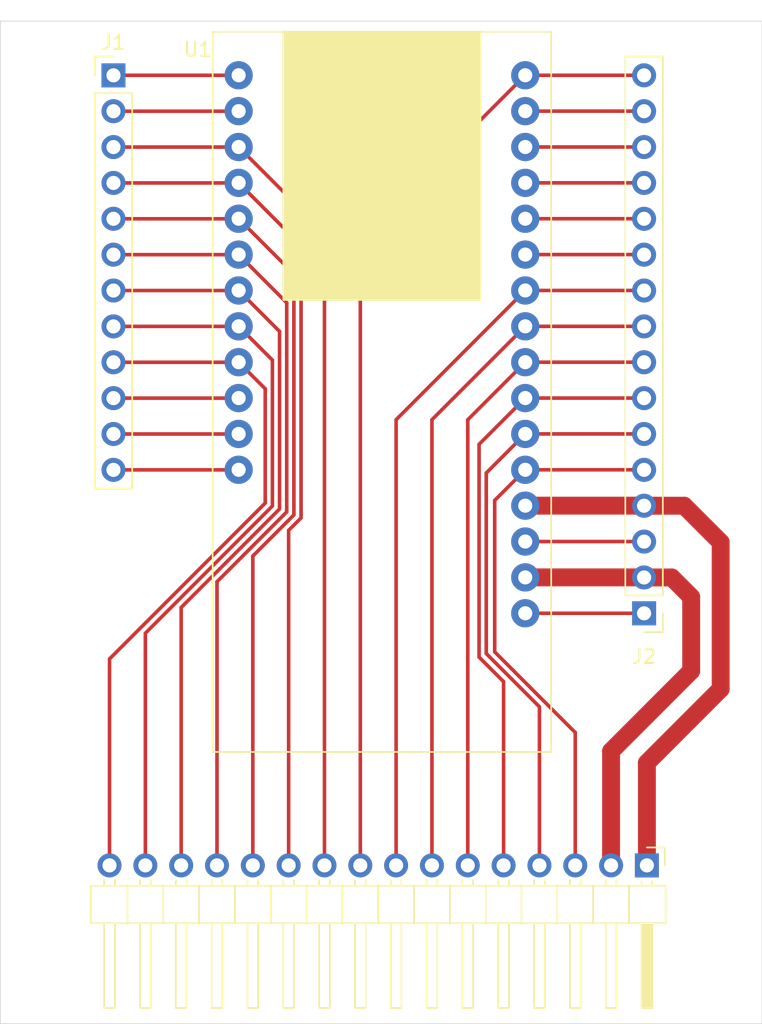
<source format=kicad_pcb>
(kicad_pcb (version 20171130) (host pcbnew "(5.1.8)-1")

  (general
    (thickness 1.6)
    (drawings 4)
    (tracks 112)
    (zones 0)
    (modules 8)
    (nets 29)
  )

  (page A4)
  (layers
    (0 F.Cu signal)
    (31 B.Cu signal)
    (32 B.Adhes user)
    (33 F.Adhes user)
    (34 B.Paste user)
    (35 F.Paste user)
    (36 B.SilkS user)
    (37 F.SilkS user)
    (38 B.Mask user)
    (39 F.Mask user)
    (40 Dwgs.User user)
    (41 Cmts.User user)
    (42 Eco1.User user)
    (43 Eco2.User user)
    (44 Edge.Cuts user)
    (45 Margin user)
    (46 B.CrtYd user)
    (47 F.CrtYd user)
    (48 B.Fab user hide)
    (49 F.Fab user hide)
  )

  (setup
    (last_trace_width 0.254)
    (trace_clearance 0.254)
    (zone_clearance 0.508)
    (zone_45_only no)
    (trace_min 0.254)
    (via_size 0.5588)
    (via_drill 0.3048)
    (via_min_size 0.5588)
    (via_min_drill 0.3048)
    (uvia_size 0.3)
    (uvia_drill 0.1)
    (uvias_allowed no)
    (uvia_min_size 0.2)
    (uvia_min_drill 0.1)
    (edge_width 0.05)
    (segment_width 0.2)
    (pcb_text_width 0.3)
    (pcb_text_size 1.5 1.5)
    (mod_edge_width 0.12)
    (mod_text_size 1 1)
    (mod_text_width 0.15)
    (pad_size 1.524 1.524)
    (pad_drill 0.762)
    (pad_to_mask_clearance 0)
    (aux_axis_origin 0 0)
    (visible_elements FFFFFF7F)
    (pcbplotparams
      (layerselection 0x010fc_ffffffff)
      (usegerberextensions false)
      (usegerberattributes true)
      (usegerberadvancedattributes true)
      (creategerberjobfile true)
      (excludeedgelayer true)
      (linewidth 0.100000)
      (plotframeref false)
      (viasonmask false)
      (mode 1)
      (useauxorigin false)
      (hpglpennumber 1)
      (hpglpenspeed 20)
      (hpglpendiameter 15.000000)
      (psnegative false)
      (psa4output false)
      (plotreference true)
      (plotvalue true)
      (plotinvisibletext false)
      (padsonsilk false)
      (subtractmaskfromsilk false)
      (outputformat 1)
      (mirror false)
      (drillshape 1)
      (scaleselection 1)
      (outputdirectory ""))
  )

  (net 0 "")
  (net 1 /Bat)
  (net 2 /En)
  (net 3 /USB)
  (net 4 /D13)
  (net 5 /D12)
  (net 6 /D11)
  (net 7 /D10)
  (net 8 /D9)
  (net 9 /D6)
  (net 10 /D5)
  (net 11 /SCL)
  (net 12 /SDA)
  (net 13 /D2)
  (net 14 /TX)
  (net 15 /RX)
  (net 16 /MI)
  (net 17 /MO)
  (net 18 /SCK)
  (net 19 /A5)
  (net 20 /A4)
  (net 21 /A3)
  (net 22 /A2)
  (net 23 /A1)
  (net 24 /A0)
  (net 25 /GND)
  (net 26 /Aref)
  (net 27 /3V)
  (net 28 /Rst)

  (net_class Default "This is the default net class."
    (clearance 0.254)
    (trace_width 0.254)
    (via_dia 0.5588)
    (via_drill 0.3048)
    (uvia_dia 0.3)
    (uvia_drill 0.1)
    (diff_pair_width 0.254)
    (diff_pair_gap 0.254)
    (add_net /3V)
    (add_net /A0)
    (add_net /A1)
    (add_net /A2)
    (add_net /A3)
    (add_net /A4)
    (add_net /A5)
    (add_net /Aref)
    (add_net /Bat)
    (add_net /D10)
    (add_net /D11)
    (add_net /D12)
    (add_net /D13)
    (add_net /D2)
    (add_net /D5)
    (add_net /D6)
    (add_net /D9)
    (add_net /En)
    (add_net /GND)
    (add_net /MI)
    (add_net /MO)
    (add_net /RX)
    (add_net /Rst)
    (add_net /SCK)
    (add_net /SCL)
    (add_net /SDA)
    (add_net /TX)
    (add_net /USB)
  )

  (module MountingHole:MountingHole_2.2mm_M2 (layer F.Cu) (tedit 56D1B4CB) (tstamp 6185F1CE)
    (at 171 123)
    (descr "Mounting Hole 2.2mm, no annular, M2")
    (tags "mounting hole 2.2mm no annular m2")
    (path /618F4FF5)
    (attr virtual)
    (fp_text reference H4 (at 0 -3.2) (layer F.SilkS) hide
      (effects (font (size 1 1) (thickness 0.15)))
    )
    (fp_text value MountingHole (at 0 3.2) (layer F.Fab)
      (effects (font (size 1 1) (thickness 0.15)))
    )
    (fp_text user %R (at 0.3 0) (layer F.Fab)
      (effects (font (size 1 1) (thickness 0.15)))
    )
    (fp_circle (center 0 0) (end 2.2 0) (layer Cmts.User) (width 0.15))
    (fp_circle (center 0 0) (end 2.45 0) (layer F.CrtYd) (width 0.05))
    (pad 1 np_thru_hole circle (at 0 0) (size 2.2 2.2) (drill 2.2) (layers *.Cu *.Mask))
  )

  (module MountingHole:MountingHole_2.2mm_M2 (layer F.Cu) (tedit 56D1B4CB) (tstamp 6185F1C6)
    (at 171 58)
    (descr "Mounting Hole 2.2mm, no annular, M2")
    (tags "mounting hole 2.2mm no annular m2")
    (path /618F4ACD)
    (attr virtual)
    (fp_text reference H3 (at 0 -3.2) (layer F.SilkS) hide
      (effects (font (size 1 1) (thickness 0.15)))
    )
    (fp_text value MountingHole (at 0 3.2) (layer F.Fab)
      (effects (font (size 1 1) (thickness 0.15)))
    )
    (fp_text user %R (at 0.3 0) (layer F.Fab)
      (effects (font (size 1 1) (thickness 0.15)))
    )
    (fp_circle (center 0 0) (end 2.2 0) (layer Cmts.User) (width 0.15))
    (fp_circle (center 0 0) (end 2.45 0) (layer F.CrtYd) (width 0.05))
    (pad 1 np_thru_hole circle (at 0 0) (size 2.2 2.2) (drill 2.2) (layers *.Cu *.Mask))
  )

  (module MountingHole:MountingHole_2.2mm_M2 (layer F.Cu) (tedit 56D1B4CB) (tstamp 6185F1BE)
    (at 123 123)
    (descr "Mounting Hole 2.2mm, no annular, M2")
    (tags "mounting hole 2.2mm no annular m2")
    (path /618F43FA)
    (attr virtual)
    (fp_text reference H2 (at 0 -3.2) (layer F.SilkS) hide
      (effects (font (size 1 1) (thickness 0.15)))
    )
    (fp_text value MountingHole (at 0 3.2) (layer F.Fab)
      (effects (font (size 1 1) (thickness 0.15)))
    )
    (fp_text user %R (at 0.3 0) (layer F.Fab)
      (effects (font (size 1 1) (thickness 0.15)))
    )
    (fp_circle (center 0 0) (end 2.2 0) (layer Cmts.User) (width 0.15))
    (fp_circle (center 0 0) (end 2.45 0) (layer F.CrtYd) (width 0.05))
    (pad 1 np_thru_hole circle (at 0 0) (size 2.2 2.2) (drill 2.2) (layers *.Cu *.Mask))
  )

  (module MountingHole:MountingHole_2.2mm_M2 (layer F.Cu) (tedit 56D1B4CB) (tstamp 6185F1B6)
    (at 123 58)
    (descr "Mounting Hole 2.2mm, no annular, M2")
    (tags "mounting hole 2.2mm no annular m2")
    (path /618F32F7)
    (attr virtual)
    (fp_text reference H1 (at 0 -3.2) (layer F.SilkS) hide
      (effects (font (size 1 1) (thickness 0.15)))
    )
    (fp_text value MountingHole (at 0 3.2) (layer F.Fab)
      (effects (font (size 1 1) (thickness 0.15)))
    )
    (fp_text user %R (at 0.3 0) (layer F.Fab)
      (effects (font (size 1 1) (thickness 0.15)))
    )
    (fp_circle (center 0 0) (end 2.2 0) (layer Cmts.User) (width 0.15))
    (fp_circle (center 0 0) (end 2.45 0) (layer F.CrtYd) (width 0.05))
    (pad 1 np_thru_hole circle (at 0 0) (size 2.2 2.2) (drill 2.2) (layers *.Cu *.Mask))
  )

  (module Mylib:Adafruit_feather_nRF52840 (layer F.Cu) (tedit 61857275) (tstamp 6185DDFE)
    (at 147.055 53.754999)
    (path /6186709E)
    (fp_text reference U1 (at -13.055 3.245001) (layer F.SilkS)
      (effects (font (size 1 1) (thickness 0.15)))
    )
    (fp_text value Adafruit_Feather_nRF52840 (at 0 -0.5) (layer F.Fab)
      (effects (font (size 1 1) (thickness 0.15)))
    )
    (fp_line (start -12 2) (end 12 2) (layer F.SilkS) (width 0.12))
    (fp_line (start 12 2) (end 12 53) (layer F.SilkS) (width 0.12))
    (fp_line (start 12 53) (end -12 53) (layer F.SilkS) (width 0.12))
    (fp_line (start -12 53) (end -12 2) (layer F.SilkS) (width 0.12))
    (fp_poly (pts (xy 7 21) (xy -7 21) (xy -7 2) (xy 7 2)) (layer F.SilkS) (width 0.1))
    (pad 28 thru_hole circle (at 10.16 5.08) (size 2 2) (drill 1) (layers *.Cu *.Mask)
      (net 13 /D2))
    (pad 27 thru_hole circle (at 10.16 7.62) (size 2 2) (drill 1) (layers *.Cu *.Mask)
      (net 14 /TX))
    (pad 26 thru_hole circle (at 10.16 10.16) (size 2 2) (drill 1) (layers *.Cu *.Mask)
      (net 15 /RX))
    (pad 25 thru_hole circle (at 10.16 12.7) (size 2 2) (drill 1) (layers *.Cu *.Mask)
      (net 16 /MI))
    (pad 24 thru_hole circle (at 10.16 15.24) (size 2 2) (drill 1) (layers *.Cu *.Mask)
      (net 17 /MO))
    (pad 23 thru_hole circle (at 10.16 17.78) (size 2 2) (drill 1) (layers *.Cu *.Mask)
      (net 18 /SCK))
    (pad 22 thru_hole circle (at 10.16 20.32) (size 2 2) (drill 1) (layers *.Cu *.Mask)
      (net 19 /A5))
    (pad 21 thru_hole circle (at 10.16 22.86) (size 2 2) (drill 1) (layers *.Cu *.Mask)
      (net 20 /A4))
    (pad 20 thru_hole circle (at 10.16 25.4) (size 2 2) (drill 1) (layers *.Cu *.Mask)
      (net 21 /A3))
    (pad 19 thru_hole circle (at 10.16 27.94) (size 2 2) (drill 1) (layers *.Cu *.Mask)
      (net 22 /A2))
    (pad 18 thru_hole circle (at 10.16 30.48) (size 2 2) (drill 1) (layers *.Cu *.Mask)
      (net 23 /A1))
    (pad 17 thru_hole circle (at 10.16 33.02) (size 2 2) (drill 1) (layers *.Cu *.Mask)
      (net 24 /A0))
    (pad 16 thru_hole circle (at 10.16 35.56) (size 2 2) (drill 1) (layers *.Cu *.Mask)
      (net 25 /GND))
    (pad 15 thru_hole circle (at 10.16 38.1) (size 2 2) (drill 1) (layers *.Cu *.Mask)
      (net 26 /Aref))
    (pad 14 thru_hole circle (at 10.16 40.64) (size 2 2) (drill 1) (layers *.Cu *.Mask)
      (net 27 /3V))
    (pad 13 thru_hole circle (at 10.16 43.18) (size 2 2) (drill 1) (layers *.Cu *.Mask)
      (net 28 /Rst))
    (pad 12 thru_hole circle (at -10.16 33.02) (size 2 2) (drill 1) (layers *.Cu *.Mask)
      (net 1 /Bat))
    (pad 11 thru_hole circle (at -10.16 30.48) (size 2 2) (drill 1) (layers *.Cu *.Mask)
      (net 2 /En))
    (pad 10 thru_hole circle (at -10.16 27.94) (size 2 2) (drill 1) (layers *.Cu *.Mask)
      (net 3 /USB))
    (pad 9 thru_hole circle (at -10.16 25.4) (size 2 2) (drill 1) (layers *.Cu *.Mask)
      (net 4 /D13))
    (pad 8 thru_hole circle (at -10.16 22.86) (size 2 2) (drill 1) (layers *.Cu *.Mask)
      (net 5 /D12))
    (pad 7 thru_hole circle (at -10.16 20.32) (size 2 2) (drill 1) (layers *.Cu *.Mask)
      (net 6 /D11))
    (pad 6 thru_hole circle (at -10.16 17.78) (size 2 2) (drill 1) (layers *.Cu *.Mask)
      (net 7 /D10))
    (pad 5 thru_hole circle (at -10.16 15.24) (size 2 2) (drill 1) (layers *.Cu *.Mask)
      (net 8 /D9))
    (pad 4 thru_hole circle (at -10.16 12.7) (size 2 2) (drill 1) (layers *.Cu *.Mask)
      (net 9 /D6))
    (pad 3 thru_hole circle (at -10.16 10.16) (size 2 2) (drill 1) (layers *.Cu *.Mask)
      (net 10 /D5))
    (pad 2 thru_hole circle (at -10.16 7.62) (size 2 2) (drill 1) (layers *.Cu *.Mask)
      (net 11 /SCL))
    (pad 1 thru_hole circle (at -10.16 5.08) (size 2 2) (drill 1) (layers *.Cu *.Mask)
      (net 12 /SDA))
  )

  (module Connector_PinHeader_2.54mm:PinHeader_1x16_P2.54mm_Horizontal (layer F.Cu) (tedit 59FED5CB) (tstamp 6185DDD9)
    (at 165.84 114.79 270)
    (descr "Through hole angled pin header, 1x16, 2.54mm pitch, 6mm pin length, single row")
    (tags "Through hole angled pin header THT 1x16 2.54mm single row")
    (path /6189BA4A)
    (fp_text reference J3 (at 4.385 -2.27 90) (layer F.SilkS) hide
      (effects (font (size 1 1) (thickness 0.15)))
    )
    (fp_text value Conn_01x16_Female (at 4.385 40.37 90) (layer F.Fab)
      (effects (font (size 1 1) (thickness 0.15)))
    )
    (fp_text user %R (at 2.77 19.05) (layer F.Fab)
      (effects (font (size 1 1) (thickness 0.15)))
    )
    (fp_line (start 2.135 -1.27) (end 4.04 -1.27) (layer F.Fab) (width 0.1))
    (fp_line (start 4.04 -1.27) (end 4.04 39.37) (layer F.Fab) (width 0.1))
    (fp_line (start 4.04 39.37) (end 1.5 39.37) (layer F.Fab) (width 0.1))
    (fp_line (start 1.5 39.37) (end 1.5 -0.635) (layer F.Fab) (width 0.1))
    (fp_line (start 1.5 -0.635) (end 2.135 -1.27) (layer F.Fab) (width 0.1))
    (fp_line (start -0.32 -0.32) (end 1.5 -0.32) (layer F.Fab) (width 0.1))
    (fp_line (start -0.32 -0.32) (end -0.32 0.32) (layer F.Fab) (width 0.1))
    (fp_line (start -0.32 0.32) (end 1.5 0.32) (layer F.Fab) (width 0.1))
    (fp_line (start 4.04 -0.32) (end 10.04 -0.32) (layer F.Fab) (width 0.1))
    (fp_line (start 10.04 -0.32) (end 10.04 0.32) (layer F.Fab) (width 0.1))
    (fp_line (start 4.04 0.32) (end 10.04 0.32) (layer F.Fab) (width 0.1))
    (fp_line (start -0.32 2.22) (end 1.5 2.22) (layer F.Fab) (width 0.1))
    (fp_line (start -0.32 2.22) (end -0.32 2.86) (layer F.Fab) (width 0.1))
    (fp_line (start -0.32 2.86) (end 1.5 2.86) (layer F.Fab) (width 0.1))
    (fp_line (start 4.04 2.22) (end 10.04 2.22) (layer F.Fab) (width 0.1))
    (fp_line (start 10.04 2.22) (end 10.04 2.86) (layer F.Fab) (width 0.1))
    (fp_line (start 4.04 2.86) (end 10.04 2.86) (layer F.Fab) (width 0.1))
    (fp_line (start -0.32 4.76) (end 1.5 4.76) (layer F.Fab) (width 0.1))
    (fp_line (start -0.32 4.76) (end -0.32 5.4) (layer F.Fab) (width 0.1))
    (fp_line (start -0.32 5.4) (end 1.5 5.4) (layer F.Fab) (width 0.1))
    (fp_line (start 4.04 4.76) (end 10.04 4.76) (layer F.Fab) (width 0.1))
    (fp_line (start 10.04 4.76) (end 10.04 5.4) (layer F.Fab) (width 0.1))
    (fp_line (start 4.04 5.4) (end 10.04 5.4) (layer F.Fab) (width 0.1))
    (fp_line (start -0.32 7.3) (end 1.5 7.3) (layer F.Fab) (width 0.1))
    (fp_line (start -0.32 7.3) (end -0.32 7.94) (layer F.Fab) (width 0.1))
    (fp_line (start -0.32 7.94) (end 1.5 7.94) (layer F.Fab) (width 0.1))
    (fp_line (start 4.04 7.3) (end 10.04 7.3) (layer F.Fab) (width 0.1))
    (fp_line (start 10.04 7.3) (end 10.04 7.94) (layer F.Fab) (width 0.1))
    (fp_line (start 4.04 7.94) (end 10.04 7.94) (layer F.Fab) (width 0.1))
    (fp_line (start -0.32 9.84) (end 1.5 9.84) (layer F.Fab) (width 0.1))
    (fp_line (start -0.32 9.84) (end -0.32 10.48) (layer F.Fab) (width 0.1))
    (fp_line (start -0.32 10.48) (end 1.5 10.48) (layer F.Fab) (width 0.1))
    (fp_line (start 4.04 9.84) (end 10.04 9.84) (layer F.Fab) (width 0.1))
    (fp_line (start 10.04 9.84) (end 10.04 10.48) (layer F.Fab) (width 0.1))
    (fp_line (start 4.04 10.48) (end 10.04 10.48) (layer F.Fab) (width 0.1))
    (fp_line (start -0.32 12.38) (end 1.5 12.38) (layer F.Fab) (width 0.1))
    (fp_line (start -0.32 12.38) (end -0.32 13.02) (layer F.Fab) (width 0.1))
    (fp_line (start -0.32 13.02) (end 1.5 13.02) (layer F.Fab) (width 0.1))
    (fp_line (start 4.04 12.38) (end 10.04 12.38) (layer F.Fab) (width 0.1))
    (fp_line (start 10.04 12.38) (end 10.04 13.02) (layer F.Fab) (width 0.1))
    (fp_line (start 4.04 13.02) (end 10.04 13.02) (layer F.Fab) (width 0.1))
    (fp_line (start -0.32 14.92) (end 1.5 14.92) (layer F.Fab) (width 0.1))
    (fp_line (start -0.32 14.92) (end -0.32 15.56) (layer F.Fab) (width 0.1))
    (fp_line (start -0.32 15.56) (end 1.5 15.56) (layer F.Fab) (width 0.1))
    (fp_line (start 4.04 14.92) (end 10.04 14.92) (layer F.Fab) (width 0.1))
    (fp_line (start 10.04 14.92) (end 10.04 15.56) (layer F.Fab) (width 0.1))
    (fp_line (start 4.04 15.56) (end 10.04 15.56) (layer F.Fab) (width 0.1))
    (fp_line (start -0.32 17.46) (end 1.5 17.46) (layer F.Fab) (width 0.1))
    (fp_line (start -0.32 17.46) (end -0.32 18.1) (layer F.Fab) (width 0.1))
    (fp_line (start -0.32 18.1) (end 1.5 18.1) (layer F.Fab) (width 0.1))
    (fp_line (start 4.04 17.46) (end 10.04 17.46) (layer F.Fab) (width 0.1))
    (fp_line (start 10.04 17.46) (end 10.04 18.1) (layer F.Fab) (width 0.1))
    (fp_line (start 4.04 18.1) (end 10.04 18.1) (layer F.Fab) (width 0.1))
    (fp_line (start -0.32 20) (end 1.5 20) (layer F.Fab) (width 0.1))
    (fp_line (start -0.32 20) (end -0.32 20.64) (layer F.Fab) (width 0.1))
    (fp_line (start -0.32 20.64) (end 1.5 20.64) (layer F.Fab) (width 0.1))
    (fp_line (start 4.04 20) (end 10.04 20) (layer F.Fab) (width 0.1))
    (fp_line (start 10.04 20) (end 10.04 20.64) (layer F.Fab) (width 0.1))
    (fp_line (start 4.04 20.64) (end 10.04 20.64) (layer F.Fab) (width 0.1))
    (fp_line (start -0.32 22.54) (end 1.5 22.54) (layer F.Fab) (width 0.1))
    (fp_line (start -0.32 22.54) (end -0.32 23.18) (layer F.Fab) (width 0.1))
    (fp_line (start -0.32 23.18) (end 1.5 23.18) (layer F.Fab) (width 0.1))
    (fp_line (start 4.04 22.54) (end 10.04 22.54) (layer F.Fab) (width 0.1))
    (fp_line (start 10.04 22.54) (end 10.04 23.18) (layer F.Fab) (width 0.1))
    (fp_line (start 4.04 23.18) (end 10.04 23.18) (layer F.Fab) (width 0.1))
    (fp_line (start -0.32 25.08) (end 1.5 25.08) (layer F.Fab) (width 0.1))
    (fp_line (start -0.32 25.08) (end -0.32 25.72) (layer F.Fab) (width 0.1))
    (fp_line (start -0.32 25.72) (end 1.5 25.72) (layer F.Fab) (width 0.1))
    (fp_line (start 4.04 25.08) (end 10.04 25.08) (layer F.Fab) (width 0.1))
    (fp_line (start 10.04 25.08) (end 10.04 25.72) (layer F.Fab) (width 0.1))
    (fp_line (start 4.04 25.72) (end 10.04 25.72) (layer F.Fab) (width 0.1))
    (fp_line (start -0.32 27.62) (end 1.5 27.62) (layer F.Fab) (width 0.1))
    (fp_line (start -0.32 27.62) (end -0.32 28.26) (layer F.Fab) (width 0.1))
    (fp_line (start -0.32 28.26) (end 1.5 28.26) (layer F.Fab) (width 0.1))
    (fp_line (start 4.04 27.62) (end 10.04 27.62) (layer F.Fab) (width 0.1))
    (fp_line (start 10.04 27.62) (end 10.04 28.26) (layer F.Fab) (width 0.1))
    (fp_line (start 4.04 28.26) (end 10.04 28.26) (layer F.Fab) (width 0.1))
    (fp_line (start -0.32 30.16) (end 1.5 30.16) (layer F.Fab) (width 0.1))
    (fp_line (start -0.32 30.16) (end -0.32 30.8) (layer F.Fab) (width 0.1))
    (fp_line (start -0.32 30.8) (end 1.5 30.8) (layer F.Fab) (width 0.1))
    (fp_line (start 4.04 30.16) (end 10.04 30.16) (layer F.Fab) (width 0.1))
    (fp_line (start 10.04 30.16) (end 10.04 30.8) (layer F.Fab) (width 0.1))
    (fp_line (start 4.04 30.8) (end 10.04 30.8) (layer F.Fab) (width 0.1))
    (fp_line (start -0.32 32.7) (end 1.5 32.7) (layer F.Fab) (width 0.1))
    (fp_line (start -0.32 32.7) (end -0.32 33.34) (layer F.Fab) (width 0.1))
    (fp_line (start -0.32 33.34) (end 1.5 33.34) (layer F.Fab) (width 0.1))
    (fp_line (start 4.04 32.7) (end 10.04 32.7) (layer F.Fab) (width 0.1))
    (fp_line (start 10.04 32.7) (end 10.04 33.34) (layer F.Fab) (width 0.1))
    (fp_line (start 4.04 33.34) (end 10.04 33.34) (layer F.Fab) (width 0.1))
    (fp_line (start -0.32 35.24) (end 1.5 35.24) (layer F.Fab) (width 0.1))
    (fp_line (start -0.32 35.24) (end -0.32 35.88) (layer F.Fab) (width 0.1))
    (fp_line (start -0.32 35.88) (end 1.5 35.88) (layer F.Fab) (width 0.1))
    (fp_line (start 4.04 35.24) (end 10.04 35.24) (layer F.Fab) (width 0.1))
    (fp_line (start 10.04 35.24) (end 10.04 35.88) (layer F.Fab) (width 0.1))
    (fp_line (start 4.04 35.88) (end 10.04 35.88) (layer F.Fab) (width 0.1))
    (fp_line (start -0.32 37.78) (end 1.5 37.78) (layer F.Fab) (width 0.1))
    (fp_line (start -0.32 37.78) (end -0.32 38.42) (layer F.Fab) (width 0.1))
    (fp_line (start -0.32 38.42) (end 1.5 38.42) (layer F.Fab) (width 0.1))
    (fp_line (start 4.04 37.78) (end 10.04 37.78) (layer F.Fab) (width 0.1))
    (fp_line (start 10.04 37.78) (end 10.04 38.42) (layer F.Fab) (width 0.1))
    (fp_line (start 4.04 38.42) (end 10.04 38.42) (layer F.Fab) (width 0.1))
    (fp_line (start 1.44 -1.33) (end 1.44 39.43) (layer F.SilkS) (width 0.12))
    (fp_line (start 1.44 39.43) (end 4.1 39.43) (layer F.SilkS) (width 0.12))
    (fp_line (start 4.1 39.43) (end 4.1 -1.33) (layer F.SilkS) (width 0.12))
    (fp_line (start 4.1 -1.33) (end 1.44 -1.33) (layer F.SilkS) (width 0.12))
    (fp_line (start 4.1 -0.38) (end 10.1 -0.38) (layer F.SilkS) (width 0.12))
    (fp_line (start 10.1 -0.38) (end 10.1 0.38) (layer F.SilkS) (width 0.12))
    (fp_line (start 10.1 0.38) (end 4.1 0.38) (layer F.SilkS) (width 0.12))
    (fp_line (start 4.1 -0.32) (end 10.1 -0.32) (layer F.SilkS) (width 0.12))
    (fp_line (start 4.1 -0.2) (end 10.1 -0.2) (layer F.SilkS) (width 0.12))
    (fp_line (start 4.1 -0.08) (end 10.1 -0.08) (layer F.SilkS) (width 0.12))
    (fp_line (start 4.1 0.04) (end 10.1 0.04) (layer F.SilkS) (width 0.12))
    (fp_line (start 4.1 0.16) (end 10.1 0.16) (layer F.SilkS) (width 0.12))
    (fp_line (start 4.1 0.28) (end 10.1 0.28) (layer F.SilkS) (width 0.12))
    (fp_line (start 1.11 -0.38) (end 1.44 -0.38) (layer F.SilkS) (width 0.12))
    (fp_line (start 1.11 0.38) (end 1.44 0.38) (layer F.SilkS) (width 0.12))
    (fp_line (start 1.44 1.27) (end 4.1 1.27) (layer F.SilkS) (width 0.12))
    (fp_line (start 4.1 2.16) (end 10.1 2.16) (layer F.SilkS) (width 0.12))
    (fp_line (start 10.1 2.16) (end 10.1 2.92) (layer F.SilkS) (width 0.12))
    (fp_line (start 10.1 2.92) (end 4.1 2.92) (layer F.SilkS) (width 0.12))
    (fp_line (start 1.042929 2.16) (end 1.44 2.16) (layer F.SilkS) (width 0.12))
    (fp_line (start 1.042929 2.92) (end 1.44 2.92) (layer F.SilkS) (width 0.12))
    (fp_line (start 1.44 3.81) (end 4.1 3.81) (layer F.SilkS) (width 0.12))
    (fp_line (start 4.1 4.7) (end 10.1 4.7) (layer F.SilkS) (width 0.12))
    (fp_line (start 10.1 4.7) (end 10.1 5.46) (layer F.SilkS) (width 0.12))
    (fp_line (start 10.1 5.46) (end 4.1 5.46) (layer F.SilkS) (width 0.12))
    (fp_line (start 1.042929 4.7) (end 1.44 4.7) (layer F.SilkS) (width 0.12))
    (fp_line (start 1.042929 5.46) (end 1.44 5.46) (layer F.SilkS) (width 0.12))
    (fp_line (start 1.44 6.35) (end 4.1 6.35) (layer F.SilkS) (width 0.12))
    (fp_line (start 4.1 7.24) (end 10.1 7.24) (layer F.SilkS) (width 0.12))
    (fp_line (start 10.1 7.24) (end 10.1 8) (layer F.SilkS) (width 0.12))
    (fp_line (start 10.1 8) (end 4.1 8) (layer F.SilkS) (width 0.12))
    (fp_line (start 1.042929 7.24) (end 1.44 7.24) (layer F.SilkS) (width 0.12))
    (fp_line (start 1.042929 8) (end 1.44 8) (layer F.SilkS) (width 0.12))
    (fp_line (start 1.44 8.89) (end 4.1 8.89) (layer F.SilkS) (width 0.12))
    (fp_line (start 4.1 9.78) (end 10.1 9.78) (layer F.SilkS) (width 0.12))
    (fp_line (start 10.1 9.78) (end 10.1 10.54) (layer F.SilkS) (width 0.12))
    (fp_line (start 10.1 10.54) (end 4.1 10.54) (layer F.SilkS) (width 0.12))
    (fp_line (start 1.042929 9.78) (end 1.44 9.78) (layer F.SilkS) (width 0.12))
    (fp_line (start 1.042929 10.54) (end 1.44 10.54) (layer F.SilkS) (width 0.12))
    (fp_line (start 1.44 11.43) (end 4.1 11.43) (layer F.SilkS) (width 0.12))
    (fp_line (start 4.1 12.32) (end 10.1 12.32) (layer F.SilkS) (width 0.12))
    (fp_line (start 10.1 12.32) (end 10.1 13.08) (layer F.SilkS) (width 0.12))
    (fp_line (start 10.1 13.08) (end 4.1 13.08) (layer F.SilkS) (width 0.12))
    (fp_line (start 1.042929 12.32) (end 1.44 12.32) (layer F.SilkS) (width 0.12))
    (fp_line (start 1.042929 13.08) (end 1.44 13.08) (layer F.SilkS) (width 0.12))
    (fp_line (start 1.44 13.97) (end 4.1 13.97) (layer F.SilkS) (width 0.12))
    (fp_line (start 4.1 14.86) (end 10.1 14.86) (layer F.SilkS) (width 0.12))
    (fp_line (start 10.1 14.86) (end 10.1 15.62) (layer F.SilkS) (width 0.12))
    (fp_line (start 10.1 15.62) (end 4.1 15.62) (layer F.SilkS) (width 0.12))
    (fp_line (start 1.042929 14.86) (end 1.44 14.86) (layer F.SilkS) (width 0.12))
    (fp_line (start 1.042929 15.62) (end 1.44 15.62) (layer F.SilkS) (width 0.12))
    (fp_line (start 1.44 16.51) (end 4.1 16.51) (layer F.SilkS) (width 0.12))
    (fp_line (start 4.1 17.4) (end 10.1 17.4) (layer F.SilkS) (width 0.12))
    (fp_line (start 10.1 17.4) (end 10.1 18.16) (layer F.SilkS) (width 0.12))
    (fp_line (start 10.1 18.16) (end 4.1 18.16) (layer F.SilkS) (width 0.12))
    (fp_line (start 1.042929 17.4) (end 1.44 17.4) (layer F.SilkS) (width 0.12))
    (fp_line (start 1.042929 18.16) (end 1.44 18.16) (layer F.SilkS) (width 0.12))
    (fp_line (start 1.44 19.05) (end 4.1 19.05) (layer F.SilkS) (width 0.12))
    (fp_line (start 4.1 19.94) (end 10.1 19.94) (layer F.SilkS) (width 0.12))
    (fp_line (start 10.1 19.94) (end 10.1 20.7) (layer F.SilkS) (width 0.12))
    (fp_line (start 10.1 20.7) (end 4.1 20.7) (layer F.SilkS) (width 0.12))
    (fp_line (start 1.042929 19.94) (end 1.44 19.94) (layer F.SilkS) (width 0.12))
    (fp_line (start 1.042929 20.7) (end 1.44 20.7) (layer F.SilkS) (width 0.12))
    (fp_line (start 1.44 21.59) (end 4.1 21.59) (layer F.SilkS) (width 0.12))
    (fp_line (start 4.1 22.48) (end 10.1 22.48) (layer F.SilkS) (width 0.12))
    (fp_line (start 10.1 22.48) (end 10.1 23.24) (layer F.SilkS) (width 0.12))
    (fp_line (start 10.1 23.24) (end 4.1 23.24) (layer F.SilkS) (width 0.12))
    (fp_line (start 1.042929 22.48) (end 1.44 22.48) (layer F.SilkS) (width 0.12))
    (fp_line (start 1.042929 23.24) (end 1.44 23.24) (layer F.SilkS) (width 0.12))
    (fp_line (start 1.44 24.13) (end 4.1 24.13) (layer F.SilkS) (width 0.12))
    (fp_line (start 4.1 25.02) (end 10.1 25.02) (layer F.SilkS) (width 0.12))
    (fp_line (start 10.1 25.02) (end 10.1 25.78) (layer F.SilkS) (width 0.12))
    (fp_line (start 10.1 25.78) (end 4.1 25.78) (layer F.SilkS) (width 0.12))
    (fp_line (start 1.042929 25.02) (end 1.44 25.02) (layer F.SilkS) (width 0.12))
    (fp_line (start 1.042929 25.78) (end 1.44 25.78) (layer F.SilkS) (width 0.12))
    (fp_line (start 1.44 26.67) (end 4.1 26.67) (layer F.SilkS) (width 0.12))
    (fp_line (start 4.1 27.56) (end 10.1 27.56) (layer F.SilkS) (width 0.12))
    (fp_line (start 10.1 27.56) (end 10.1 28.32) (layer F.SilkS) (width 0.12))
    (fp_line (start 10.1 28.32) (end 4.1 28.32) (layer F.SilkS) (width 0.12))
    (fp_line (start 1.042929 27.56) (end 1.44 27.56) (layer F.SilkS) (width 0.12))
    (fp_line (start 1.042929 28.32) (end 1.44 28.32) (layer F.SilkS) (width 0.12))
    (fp_line (start 1.44 29.21) (end 4.1 29.21) (layer F.SilkS) (width 0.12))
    (fp_line (start 4.1 30.1) (end 10.1 30.1) (layer F.SilkS) (width 0.12))
    (fp_line (start 10.1 30.1) (end 10.1 30.86) (layer F.SilkS) (width 0.12))
    (fp_line (start 10.1 30.86) (end 4.1 30.86) (layer F.SilkS) (width 0.12))
    (fp_line (start 1.042929 30.1) (end 1.44 30.1) (layer F.SilkS) (width 0.12))
    (fp_line (start 1.042929 30.86) (end 1.44 30.86) (layer F.SilkS) (width 0.12))
    (fp_line (start 1.44 31.75) (end 4.1 31.75) (layer F.SilkS) (width 0.12))
    (fp_line (start 4.1 32.64) (end 10.1 32.64) (layer F.SilkS) (width 0.12))
    (fp_line (start 10.1 32.64) (end 10.1 33.4) (layer F.SilkS) (width 0.12))
    (fp_line (start 10.1 33.4) (end 4.1 33.4) (layer F.SilkS) (width 0.12))
    (fp_line (start 1.042929 32.64) (end 1.44 32.64) (layer F.SilkS) (width 0.12))
    (fp_line (start 1.042929 33.4) (end 1.44 33.4) (layer F.SilkS) (width 0.12))
    (fp_line (start 1.44 34.29) (end 4.1 34.29) (layer F.SilkS) (width 0.12))
    (fp_line (start 4.1 35.18) (end 10.1 35.18) (layer F.SilkS) (width 0.12))
    (fp_line (start 10.1 35.18) (end 10.1 35.94) (layer F.SilkS) (width 0.12))
    (fp_line (start 10.1 35.94) (end 4.1 35.94) (layer F.SilkS) (width 0.12))
    (fp_line (start 1.042929 35.18) (end 1.44 35.18) (layer F.SilkS) (width 0.12))
    (fp_line (start 1.042929 35.94) (end 1.44 35.94) (layer F.SilkS) (width 0.12))
    (fp_line (start 1.44 36.83) (end 4.1 36.83) (layer F.SilkS) (width 0.12))
    (fp_line (start 4.1 37.72) (end 10.1 37.72) (layer F.SilkS) (width 0.12))
    (fp_line (start 10.1 37.72) (end 10.1 38.48) (layer F.SilkS) (width 0.12))
    (fp_line (start 10.1 38.48) (end 4.1 38.48) (layer F.SilkS) (width 0.12))
    (fp_line (start 1.042929 37.72) (end 1.44 37.72) (layer F.SilkS) (width 0.12))
    (fp_line (start 1.042929 38.48) (end 1.44 38.48) (layer F.SilkS) (width 0.12))
    (fp_line (start -1.27 0) (end -1.27 -1.27) (layer F.SilkS) (width 0.12))
    (fp_line (start -1.27 -1.27) (end 0 -1.27) (layer F.SilkS) (width 0.12))
    (fp_line (start -1.8 -1.8) (end -1.8 39.9) (layer F.CrtYd) (width 0.05))
    (fp_line (start -1.8 39.9) (end 10.55 39.9) (layer F.CrtYd) (width 0.05))
    (fp_line (start 10.55 39.9) (end 10.55 -1.8) (layer F.CrtYd) (width 0.05))
    (fp_line (start 10.55 -1.8) (end -1.8 -1.8) (layer F.CrtYd) (width 0.05))
    (pad 16 thru_hole oval (at 0 38.1 270) (size 1.7 1.7) (drill 1) (layers *.Cu *.Mask)
      (net 4 /D13))
    (pad 15 thru_hole oval (at 0 35.56 270) (size 1.7 1.7) (drill 1) (layers *.Cu *.Mask)
      (net 5 /D12))
    (pad 14 thru_hole oval (at 0 33.02 270) (size 1.7 1.7) (drill 1) (layers *.Cu *.Mask)
      (net 6 /D11))
    (pad 13 thru_hole oval (at 0 30.48 270) (size 1.7 1.7) (drill 1) (layers *.Cu *.Mask)
      (net 7 /D10))
    (pad 12 thru_hole oval (at 0 27.94 270) (size 1.7 1.7) (drill 1) (layers *.Cu *.Mask)
      (net 8 /D9))
    (pad 11 thru_hole oval (at 0 25.4 270) (size 1.7 1.7) (drill 1) (layers *.Cu *.Mask)
      (net 9 /D6))
    (pad 10 thru_hole oval (at 0 22.86 270) (size 1.7 1.7) (drill 1) (layers *.Cu *.Mask)
      (net 10 /D5))
    (pad 9 thru_hole oval (at 0 20.32 270) (size 1.7 1.7) (drill 1) (layers *.Cu *.Mask)
      (net 13 /D2))
    (pad 8 thru_hole oval (at 0 17.78 270) (size 1.7 1.7) (drill 1) (layers *.Cu *.Mask)
      (net 19 /A5))
    (pad 7 thru_hole oval (at 0 15.24 270) (size 1.7 1.7) (drill 1) (layers *.Cu *.Mask)
      (net 20 /A4))
    (pad 6 thru_hole oval (at 0 12.7 270) (size 1.7 1.7) (drill 1) (layers *.Cu *.Mask)
      (net 21 /A3))
    (pad 5 thru_hole oval (at 0 10.16 270) (size 1.7 1.7) (drill 1) (layers *.Cu *.Mask)
      (net 22 /A2))
    (pad 4 thru_hole oval (at 0 7.62 270) (size 1.7 1.7) (drill 1) (layers *.Cu *.Mask)
      (net 23 /A1))
    (pad 3 thru_hole oval (at 0 5.08 270) (size 1.7 1.7) (drill 1) (layers *.Cu *.Mask)
      (net 24 /A0))
    (pad 2 thru_hole oval (at 0 2.54 270) (size 1.7 1.7) (drill 1) (layers *.Cu *.Mask)
      (net 27 /3V))
    (pad 1 thru_hole rect (at 0 0 270) (size 1.7 1.7) (drill 1) (layers *.Cu *.Mask)
      (net 25 /GND))
    (model ${KISYS3DMOD}/Connector_PinHeader_2.54mm.3dshapes/PinHeader_1x16_P2.54mm_Horizontal.wrl
      (at (xyz 0 0 0))
      (scale (xyz 1 1 1))
      (rotate (xyz 0 0 0))
    )
  )

  (module Connector_PinHeader_2.54mm:PinHeader_1x16_P2.54mm_Vertical (layer F.Cu) (tedit 59FED5CC) (tstamp 6185DCF0)
    (at 165.64 96.94 180)
    (descr "Through hole straight pin header, 1x16, 2.54mm pitch, single row")
    (tags "Through hole pin header THT 1x16 2.54mm single row")
    (path /6186DCE3)
    (fp_text reference J2 (at 0 -3.06) (layer F.SilkS)
      (effects (font (size 1 1) (thickness 0.15)))
    )
    (fp_text value Conn_01x16_Female (at 0 40.43) (layer F.Fab)
      (effects (font (size 1 1) (thickness 0.15)))
    )
    (fp_text user %R (at 0 19.05 90) (layer F.Fab)
      (effects (font (size 1 1) (thickness 0.15)))
    )
    (fp_line (start -0.635 -1.27) (end 1.27 -1.27) (layer F.Fab) (width 0.1))
    (fp_line (start 1.27 -1.27) (end 1.27 39.37) (layer F.Fab) (width 0.1))
    (fp_line (start 1.27 39.37) (end -1.27 39.37) (layer F.Fab) (width 0.1))
    (fp_line (start -1.27 39.37) (end -1.27 -0.635) (layer F.Fab) (width 0.1))
    (fp_line (start -1.27 -0.635) (end -0.635 -1.27) (layer F.Fab) (width 0.1))
    (fp_line (start -1.33 39.43) (end 1.33 39.43) (layer F.SilkS) (width 0.12))
    (fp_line (start -1.33 1.27) (end -1.33 39.43) (layer F.SilkS) (width 0.12))
    (fp_line (start 1.33 1.27) (end 1.33 39.43) (layer F.SilkS) (width 0.12))
    (fp_line (start -1.33 1.27) (end 1.33 1.27) (layer F.SilkS) (width 0.12))
    (fp_line (start -1.33 0) (end -1.33 -1.33) (layer F.SilkS) (width 0.12))
    (fp_line (start -1.33 -1.33) (end 0 -1.33) (layer F.SilkS) (width 0.12))
    (fp_line (start -1.8 -1.8) (end -1.8 39.9) (layer F.CrtYd) (width 0.05))
    (fp_line (start -1.8 39.9) (end 1.8 39.9) (layer F.CrtYd) (width 0.05))
    (fp_line (start 1.8 39.9) (end 1.8 -1.8) (layer F.CrtYd) (width 0.05))
    (fp_line (start 1.8 -1.8) (end -1.8 -1.8) (layer F.CrtYd) (width 0.05))
    (pad 16 thru_hole oval (at 0 38.1 180) (size 1.7 1.7) (drill 1) (layers *.Cu *.Mask)
      (net 13 /D2))
    (pad 15 thru_hole oval (at 0 35.56 180) (size 1.7 1.7) (drill 1) (layers *.Cu *.Mask)
      (net 14 /TX))
    (pad 14 thru_hole oval (at 0 33.02 180) (size 1.7 1.7) (drill 1) (layers *.Cu *.Mask)
      (net 15 /RX))
    (pad 13 thru_hole oval (at 0 30.48 180) (size 1.7 1.7) (drill 1) (layers *.Cu *.Mask)
      (net 16 /MI))
    (pad 12 thru_hole oval (at 0 27.94 180) (size 1.7 1.7) (drill 1) (layers *.Cu *.Mask)
      (net 17 /MO))
    (pad 11 thru_hole oval (at 0 25.4 180) (size 1.7 1.7) (drill 1) (layers *.Cu *.Mask)
      (net 18 /SCK))
    (pad 10 thru_hole oval (at 0 22.86 180) (size 1.7 1.7) (drill 1) (layers *.Cu *.Mask)
      (net 19 /A5))
    (pad 9 thru_hole oval (at 0 20.32 180) (size 1.7 1.7) (drill 1) (layers *.Cu *.Mask)
      (net 20 /A4))
    (pad 8 thru_hole oval (at 0 17.78 180) (size 1.7 1.7) (drill 1) (layers *.Cu *.Mask)
      (net 21 /A3))
    (pad 7 thru_hole oval (at 0 15.24 180) (size 1.7 1.7) (drill 1) (layers *.Cu *.Mask)
      (net 22 /A2))
    (pad 6 thru_hole oval (at 0 12.7 180) (size 1.7 1.7) (drill 1) (layers *.Cu *.Mask)
      (net 23 /A1))
    (pad 5 thru_hole oval (at 0 10.16 180) (size 1.7 1.7) (drill 1) (layers *.Cu *.Mask)
      (net 24 /A0))
    (pad 4 thru_hole oval (at 0 7.62 180) (size 1.7 1.7) (drill 1) (layers *.Cu *.Mask)
      (net 25 /GND))
    (pad 3 thru_hole oval (at 0 5.08 180) (size 1.7 1.7) (drill 1) (layers *.Cu *.Mask)
      (net 26 /Aref))
    (pad 2 thru_hole oval (at 0 2.54 180) (size 1.7 1.7) (drill 1) (layers *.Cu *.Mask)
      (net 27 /3V))
    (pad 1 thru_hole rect (at 0 0 180) (size 1.7 1.7) (drill 1) (layers *.Cu *.Mask)
      (net 28 /Rst))
    (model ${KISYS3DMOD}/Connector_PinHeader_2.54mm.3dshapes/PinHeader_1x16_P2.54mm_Vertical.wrl
      (at (xyz 0 0 0))
      (scale (xyz 1 1 1))
      (rotate (xyz 0 0 0))
    )
  )

  (module Connector_PinHeader_2.54mm:PinHeader_1x12_P2.54mm_Vertical (layer F.Cu) (tedit 59FED5CC) (tstamp 6185DCCC)
    (at 128.02 58.84)
    (descr "Through hole straight pin header, 1x12, 2.54mm pitch, single row")
    (tags "Through hole pin header THT 1x12 2.54mm single row")
    (path /6186C1C7)
    (fp_text reference J1 (at 0 -2.33) (layer F.SilkS)
      (effects (font (size 1 1) (thickness 0.15)))
    )
    (fp_text value Conn_01x12_Female (at 0 30.27) (layer F.Fab)
      (effects (font (size 1 1) (thickness 0.15)))
    )
    (fp_text user %R (at 0 13.97 90) (layer F.Fab)
      (effects (font (size 1 1) (thickness 0.15)))
    )
    (fp_line (start -0.635 -1.27) (end 1.27 -1.27) (layer F.Fab) (width 0.1))
    (fp_line (start 1.27 -1.27) (end 1.27 29.21) (layer F.Fab) (width 0.1))
    (fp_line (start 1.27 29.21) (end -1.27 29.21) (layer F.Fab) (width 0.1))
    (fp_line (start -1.27 29.21) (end -1.27 -0.635) (layer F.Fab) (width 0.1))
    (fp_line (start -1.27 -0.635) (end -0.635 -1.27) (layer F.Fab) (width 0.1))
    (fp_line (start -1.33 29.27) (end 1.33 29.27) (layer F.SilkS) (width 0.12))
    (fp_line (start -1.33 1.27) (end -1.33 29.27) (layer F.SilkS) (width 0.12))
    (fp_line (start 1.33 1.27) (end 1.33 29.27) (layer F.SilkS) (width 0.12))
    (fp_line (start -1.33 1.27) (end 1.33 1.27) (layer F.SilkS) (width 0.12))
    (fp_line (start -1.33 0) (end -1.33 -1.33) (layer F.SilkS) (width 0.12))
    (fp_line (start -1.33 -1.33) (end 0 -1.33) (layer F.SilkS) (width 0.12))
    (fp_line (start -1.8 -1.8) (end -1.8 29.75) (layer F.CrtYd) (width 0.05))
    (fp_line (start -1.8 29.75) (end 1.8 29.75) (layer F.CrtYd) (width 0.05))
    (fp_line (start 1.8 29.75) (end 1.8 -1.8) (layer F.CrtYd) (width 0.05))
    (fp_line (start 1.8 -1.8) (end -1.8 -1.8) (layer F.CrtYd) (width 0.05))
    (pad 12 thru_hole oval (at 0 27.94) (size 1.7 1.7) (drill 1) (layers *.Cu *.Mask)
      (net 1 /Bat))
    (pad 11 thru_hole oval (at 0 25.4) (size 1.7 1.7) (drill 1) (layers *.Cu *.Mask)
      (net 2 /En))
    (pad 10 thru_hole oval (at 0 22.86) (size 1.7 1.7) (drill 1) (layers *.Cu *.Mask)
      (net 3 /USB))
    (pad 9 thru_hole oval (at 0 20.32) (size 1.7 1.7) (drill 1) (layers *.Cu *.Mask)
      (net 4 /D13))
    (pad 8 thru_hole oval (at 0 17.78) (size 1.7 1.7) (drill 1) (layers *.Cu *.Mask)
      (net 5 /D12))
    (pad 7 thru_hole oval (at 0 15.24) (size 1.7 1.7) (drill 1) (layers *.Cu *.Mask)
      (net 6 /D11))
    (pad 6 thru_hole oval (at 0 12.7) (size 1.7 1.7) (drill 1) (layers *.Cu *.Mask)
      (net 7 /D10))
    (pad 5 thru_hole oval (at 0 10.16) (size 1.7 1.7) (drill 1) (layers *.Cu *.Mask)
      (net 8 /D9))
    (pad 4 thru_hole oval (at 0 7.62) (size 1.7 1.7) (drill 1) (layers *.Cu *.Mask)
      (net 9 /D6))
    (pad 3 thru_hole oval (at 0 5.08) (size 1.7 1.7) (drill 1) (layers *.Cu *.Mask)
      (net 10 /D5))
    (pad 2 thru_hole oval (at 0 2.54) (size 1.7 1.7) (drill 1) (layers *.Cu *.Mask)
      (net 11 /SCL))
    (pad 1 thru_hole rect (at 0 0) (size 1.7 1.7) (drill 1) (layers *.Cu *.Mask)
      (net 12 /SDA))
    (model ${KISYS3DMOD}/Connector_PinHeader_2.54mm.3dshapes/PinHeader_1x12_P2.54mm_Vertical.wrl
      (at (xyz 0 0 0))
      (scale (xyz 1 1 1))
      (rotate (xyz 0 0 0))
    )
  )

  (gr_line (start 120 126) (end 120 55) (layer Edge.Cuts) (width 0.05) (tstamp 6185ED84))
  (gr_line (start 174 126) (end 120 126) (layer Edge.Cuts) (width 0.05))
  (gr_line (start 174 55) (end 174 126) (layer Edge.Cuts) (width 0.05))
  (gr_line (start 120 55) (end 174 55) (layer Edge.Cuts) (width 0.05))

  (segment (start 136.889999 86.78) (end 136.895 86.774999) (width 0.254) (layer F.Cu) (net 1))
  (segment (start 128.02 86.78) (end 136.889999 86.78) (width 0.254) (layer F.Cu) (net 1))
  (segment (start 136.889999 84.24) (end 136.895 84.234999) (width 0.254) (layer F.Cu) (net 2))
  (segment (start 128.02 84.24) (end 136.889999 84.24) (width 0.254) (layer F.Cu) (net 2))
  (segment (start 136.889999 81.7) (end 136.895 81.694999) (width 0.254) (layer F.Cu) (net 3))
  (segment (start 128.02 81.7) (end 136.889999 81.7) (width 0.254) (layer F.Cu) (net 3))
  (segment (start 136.889999 79.16) (end 136.895 79.154999) (width 0.254) (layer F.Cu) (net 4))
  (segment (start 128.02 79.16) (end 136.889999 79.16) (width 0.254) (layer F.Cu) (net 4))
  (segment (start 127.74 114.79) (end 127.74 100.17) (width 0.254) (layer F.Cu) (net 4))
  (segment (start 127.74 100.17) (end 138.78 89.13) (width 0.254) (layer F.Cu) (net 4))
  (segment (start 138.78 81.039999) (end 136.895 79.154999) (width 0.254) (layer F.Cu) (net 4))
  (segment (start 138.78 89.13) (end 138.78 81.039999) (width 0.254) (layer F.Cu) (net 4))
  (segment (start 136.889999 76.62) (end 136.895 76.614999) (width 0.254) (layer F.Cu) (net 5))
  (segment (start 128.02 76.62) (end 136.889999 76.62) (width 0.254) (layer F.Cu) (net 5))
  (segment (start 130.28 114.79) (end 130.28 98.348434) (width 0.254) (layer F.Cu) (net 5))
  (segment (start 139.28801 79.008009) (end 136.895 76.614999) (width 0.254) (layer F.Cu) (net 5))
  (segment (start 139.28801 89.340424) (end 139.28801 79.008009) (width 0.254) (layer F.Cu) (net 5))
  (segment (start 130.28 98.348434) (end 139.28801 89.340424) (width 0.254) (layer F.Cu) (net 5))
  (segment (start 136.889999 74.08) (end 136.895 74.074999) (width 0.254) (layer F.Cu) (net 6))
  (segment (start 128.02 74.08) (end 136.889999 74.08) (width 0.254) (layer F.Cu) (net 6))
  (segment (start 139.79602 76.976019) (end 139.796019 89.550849) (width 0.254) (layer F.Cu) (net 6))
  (segment (start 136.895 74.074999) (end 139.79602 76.976019) (width 0.254) (layer F.Cu) (net 6))
  (segment (start 132.82 96.526868) (end 132.82 114.79) (width 0.254) (layer F.Cu) (net 6))
  (segment (start 139.796019 89.550849) (end 132.82 96.526868) (width 0.254) (layer F.Cu) (net 6))
  (segment (start 136.889999 71.54) (end 136.895 71.534999) (width 0.254) (layer F.Cu) (net 7))
  (segment (start 128.02 71.54) (end 136.889999 71.54) (width 0.254) (layer F.Cu) (net 7))
  (segment (start 135.36 114.79) (end 135.36 94.705302) (width 0.254) (layer F.Cu) (net 7))
  (segment (start 140.304028 74.944027) (end 136.895 71.534999) (width 0.254) (layer F.Cu) (net 7))
  (segment (start 140.304028 89.761272) (end 140.304028 74.944027) (width 0.254) (layer F.Cu) (net 7))
  (segment (start 135.36 94.705302) (end 140.304028 89.761272) (width 0.254) (layer F.Cu) (net 7))
  (segment (start 136.889999 69) (end 136.895 68.994999) (width 0.254) (layer F.Cu) (net 8))
  (segment (start 128.02 69) (end 136.889999 69) (width 0.254) (layer F.Cu) (net 8))
  (segment (start 137.9 114.79) (end 137.9 92.883735) (width 0.254) (layer F.Cu) (net 8))
  (segment (start 140.812038 72.912037) (end 136.895 68.994999) (width 0.254) (layer F.Cu) (net 8))
  (segment (start 140.812038 89.971696) (end 140.812038 72.912037) (width 0.254) (layer F.Cu) (net 8))
  (segment (start 137.9 92.883735) (end 140.812038 89.971696) (width 0.254) (layer F.Cu) (net 8))
  (segment (start 136.889999 66.46) (end 136.895 66.454999) (width 0.254) (layer F.Cu) (net 9))
  (segment (start 128.02 66.46) (end 136.889999 66.46) (width 0.254) (layer F.Cu) (net 9))
  (segment (start 136.895 66.454999) (end 141.320048 70.880047) (width 0.254) (layer F.Cu) (net 9))
  (segment (start 141.320048 70.880047) (end 141.320047 90.182121) (width 0.254) (layer F.Cu) (net 9))
  (segment (start 140.44 91.062168) (end 140.44 114.79) (width 0.254) (layer F.Cu) (net 9))
  (segment (start 141.320047 90.182121) (end 140.44 91.062168) (width 0.254) (layer F.Cu) (net 9))
  (segment (start 136.889999 63.92) (end 136.895 63.914999) (width 0.254) (layer F.Cu) (net 10))
  (segment (start 128.02 63.92) (end 136.889999 63.92) (width 0.254) (layer F.Cu) (net 10))
  (segment (start 142.98 69.999999) (end 136.895 63.914999) (width 0.254) (layer F.Cu) (net 10))
  (segment (start 142.98 114.79) (end 142.98 69.999999) (width 0.254) (layer F.Cu) (net 10))
  (segment (start 136.889999 61.38) (end 136.895 61.374999) (width 0.254) (layer F.Cu) (net 11))
  (segment (start 128.02 61.38) (end 136.889999 61.38) (width 0.254) (layer F.Cu) (net 11))
  (segment (start 128.025001 58.834999) (end 128.02 58.84) (width 0.254) (layer F.Cu) (net 12))
  (segment (start 136.895 58.834999) (end 128.025001 58.834999) (width 0.254) (layer F.Cu) (net 12))
  (segment (start 165.634999 58.834999) (end 165.64 58.84) (width 0.254) (layer F.Cu) (net 13))
  (segment (start 157.215 58.834999) (end 165.634999 58.834999) (width 0.254) (layer F.Cu) (net 13))
  (segment (start 145.52 70.529999) (end 157.215 58.834999) (width 0.254) (layer F.Cu) (net 13))
  (segment (start 145.52 114.79) (end 145.52 70.529999) (width 0.254) (layer F.Cu) (net 13))
  (segment (start 165.634999 61.374999) (end 165.64 61.38) (width 0.254) (layer F.Cu) (net 14))
  (segment (start 157.215 61.374999) (end 165.634999 61.374999) (width 0.254) (layer F.Cu) (net 14))
  (segment (start 165.634999 63.914999) (end 165.64 63.92) (width 0.254) (layer F.Cu) (net 15))
  (segment (start 157.215 63.914999) (end 165.634999 63.914999) (width 0.254) (layer F.Cu) (net 15))
  (segment (start 165.634999 66.454999) (end 165.64 66.46) (width 0.254) (layer F.Cu) (net 16))
  (segment (start 157.215 66.454999) (end 165.634999 66.454999) (width 0.254) (layer F.Cu) (net 16))
  (segment (start 165.634999 68.994999) (end 165.64 69) (width 0.254) (layer F.Cu) (net 17))
  (segment (start 157.215 68.994999) (end 165.634999 68.994999) (width 0.254) (layer F.Cu) (net 17))
  (segment (start 165.634999 71.534999) (end 165.64 71.54) (width 0.254) (layer F.Cu) (net 18))
  (segment (start 157.215 71.534999) (end 165.634999 71.534999) (width 0.254) (layer F.Cu) (net 18))
  (segment (start 165.634999 74.074999) (end 165.64 74.08) (width 0.254) (layer F.Cu) (net 19))
  (segment (start 157.215 74.074999) (end 165.634999 74.074999) (width 0.254) (layer F.Cu) (net 19))
  (segment (start 148.06 83.229999) (end 157.215 74.074999) (width 0.254) (layer F.Cu) (net 19))
  (segment (start 148.06 114.79) (end 148.06 83.229999) (width 0.254) (layer F.Cu) (net 19))
  (segment (start 165.634999 76.614999) (end 165.64 76.62) (width 0.254) (layer F.Cu) (net 20))
  (segment (start 157.215 76.614999) (end 165.634999 76.614999) (width 0.254) (layer F.Cu) (net 20))
  (segment (start 150.6 83.229999) (end 157.215 76.614999) (width 0.254) (layer F.Cu) (net 20))
  (segment (start 150.6 114.79) (end 150.6 83.229999) (width 0.254) (layer F.Cu) (net 20))
  (segment (start 165.634999 79.154999) (end 165.64 79.16) (width 0.254) (layer F.Cu) (net 21))
  (segment (start 157.215 79.154999) (end 165.634999 79.154999) (width 0.254) (layer F.Cu) (net 21))
  (segment (start 153.14 83.229999) (end 157.215 79.154999) (width 0.254) (layer F.Cu) (net 21))
  (segment (start 153.14 114.79) (end 153.14 83.229999) (width 0.254) (layer F.Cu) (net 21))
  (segment (start 165.634999 81.694999) (end 165.64 81.7) (width 0.254) (layer F.Cu) (net 22))
  (segment (start 157.215 81.694999) (end 165.634999 81.694999) (width 0.254) (layer F.Cu) (net 22))
  (segment (start 155.68 114.79) (end 155.68 101.78) (width 0.254) (layer F.Cu) (net 22))
  (segment (start 155.68 101.78) (end 153.94199 100.04199) (width 0.254) (layer F.Cu) (net 22))
  (segment (start 153.94199 84.968009) (end 157.215 81.694999) (width 0.254) (layer F.Cu) (net 22))
  (segment (start 153.94199 100.04199) (end 153.94199 84.968009) (width 0.254) (layer F.Cu) (net 22))
  (segment (start 165.634999 84.234999) (end 165.64 84.24) (width 0.254) (layer F.Cu) (net 23))
  (segment (start 157.215 84.234999) (end 165.634999 84.234999) (width 0.254) (layer F.Cu) (net 23))
  (segment (start 158.22 114.79) (end 158.22 103.558434) (width 0.254) (layer F.Cu) (net 23))
  (segment (start 158.22 103.558434) (end 154.45 99.788434) (width 0.254) (layer F.Cu) (net 23))
  (segment (start 154.45 86.999999) (end 157.215 84.234999) (width 0.254) (layer F.Cu) (net 23))
  (segment (start 154.45 99.788434) (end 154.45 86.999999) (width 0.254) (layer F.Cu) (net 23))
  (segment (start 165.634999 86.774999) (end 165.64 86.78) (width 0.254) (layer F.Cu) (net 24))
  (segment (start 157.215 86.774999) (end 165.634999 86.774999) (width 0.254) (layer F.Cu) (net 24))
  (segment (start 160.76 114.79) (end 160.76 105.38) (width 0.254) (layer F.Cu) (net 24))
  (segment (start 160.76 105.38) (end 155.05 99.67) (width 0.254) (layer F.Cu) (net 24))
  (segment (start 155.05 88.939999) (end 157.215 86.774999) (width 0.254) (layer F.Cu) (net 24))
  (segment (start 155.05 99.67) (end 155.05 88.939999) (width 0.254) (layer F.Cu) (net 24))
  (segment (start 165.84 114.79) (end 165.84 107.53) (width 1.27) (layer F.Cu) (net 25))
  (segment (start 165.84 107.53) (end 171.07 102.3) (width 1.27) (layer F.Cu) (net 25))
  (segment (start 171.07 102.3) (end 171.07 91.91) (width 1.27) (layer F.Cu) (net 25))
  (segment (start 168.48 89.32) (end 165.64 89.32) (width 1.27) (layer F.Cu) (net 25))
  (segment (start 171.07 91.91) (end 168.48 89.32) (width 1.27) (layer F.Cu) (net 25))
  (segment (start 165.634999 89.314999) (end 165.64 89.32) (width 1.27) (layer F.Cu) (net 25))
  (segment (start 157.215 89.314999) (end 165.634999 89.314999) (width 1.27) (layer F.Cu) (net 25))
  (segment (start 165.634999 91.854999) (end 165.64 91.86) (width 0.254) (layer F.Cu) (net 26))
  (segment (start 157.215 91.854999) (end 165.634999 91.854999) (width 0.254) (layer F.Cu) (net 26))
  (segment (start 165.634999 94.394999) (end 165.64 94.4) (width 1.27) (layer F.Cu) (net 27))
  (segment (start 157.215 94.394999) (end 165.634999 94.394999) (width 1.27) (layer F.Cu) (net 27))
  (segment (start 163.3 114.79) (end 163.3 106.7) (width 1.27) (layer F.Cu) (net 27))
  (segment (start 163.3 106.7) (end 168.98 101.02) (width 1.27) (layer F.Cu) (net 27))
  (segment (start 168.98 101.02) (end 168.98 95.78) (width 1.27) (layer F.Cu) (net 27))
  (segment (start 167.6 94.4) (end 165.64 94.4) (width 1.27) (layer F.Cu) (net 27))
  (segment (start 168.98 95.78) (end 167.6 94.4) (width 1.27) (layer F.Cu) (net 27))
  (segment (start 165.634999 96.934999) (end 165.64 96.94) (width 0.254) (layer F.Cu) (net 28))
  (segment (start 157.215 96.934999) (end 165.634999 96.934999) (width 0.254) (layer F.Cu) (net 28))

)

</source>
